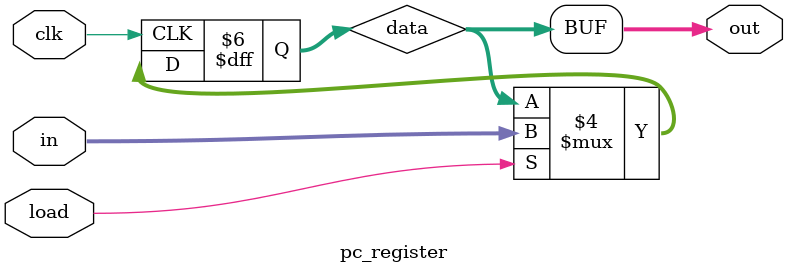
<source format=sv>
module pc_register #(parameter width = 32) (
    input clk,
    input load,
    input [width-1:0] in,
    output logic [width-1:0] out
);

/*
* PC needs to start at 0x60
 */
logic [width-1:0] data = 32'h00000060;

always_ff @(posedge clk) begin
    if (load)
    begin
        data <= in;
    end
end

always_comb begin
    out = data;
end

endmodule : pc_register

</source>
